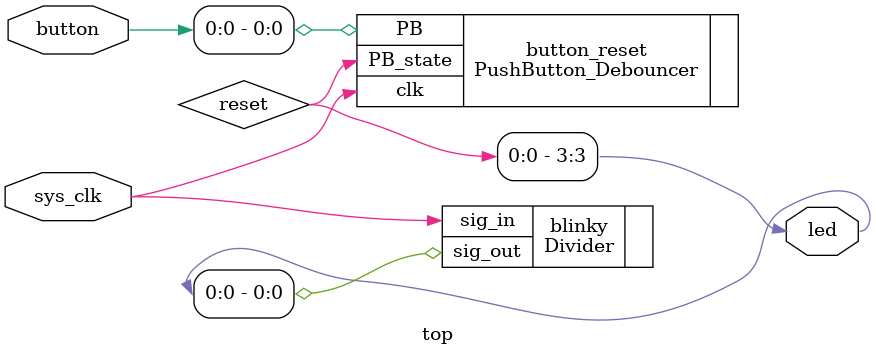
<source format=v>

module top
(
// {ALTERA_ARGS_BEGIN} DO NOT REMOVE THIS LINE!

	sys_clk,

	// user interface
	button,
	led
	// spi interface

	
// {ALTERA_ARGS_END} DO NOT REMOVE THIS LINE!

);

// {ALTERA_IO_BEGIN} DO NOT REMOVE THIS LINE!
input			sys_clk;

input		[0:2]	button;
output	[0:3]	led;

	
// {ALTERA_IO_END} DO NOT REMOVE THIS LINE!
// {ALTERA_MODULE_BEGIN} DO NOT REMOVE THIS LINE!

	//reset generator
	wire	reset;
	
	PushButton_Debouncer button_reset(
		.clk(sys_clk),
		.PB(button[0]),
		.PB_state(reset)
	);
	
	assign led[3] = reset;
	//end of reset
	

	Divider	#( 
		.DIVISOR(50000000) 
	) 
	blinky(
		.sig_in(sys_clk),
		.sig_out(led[0])
	);
	//end of test clock

// {ALTERA_MODULE_END} DO NOT REMOVE THIS LINE!
endmodule


</source>
